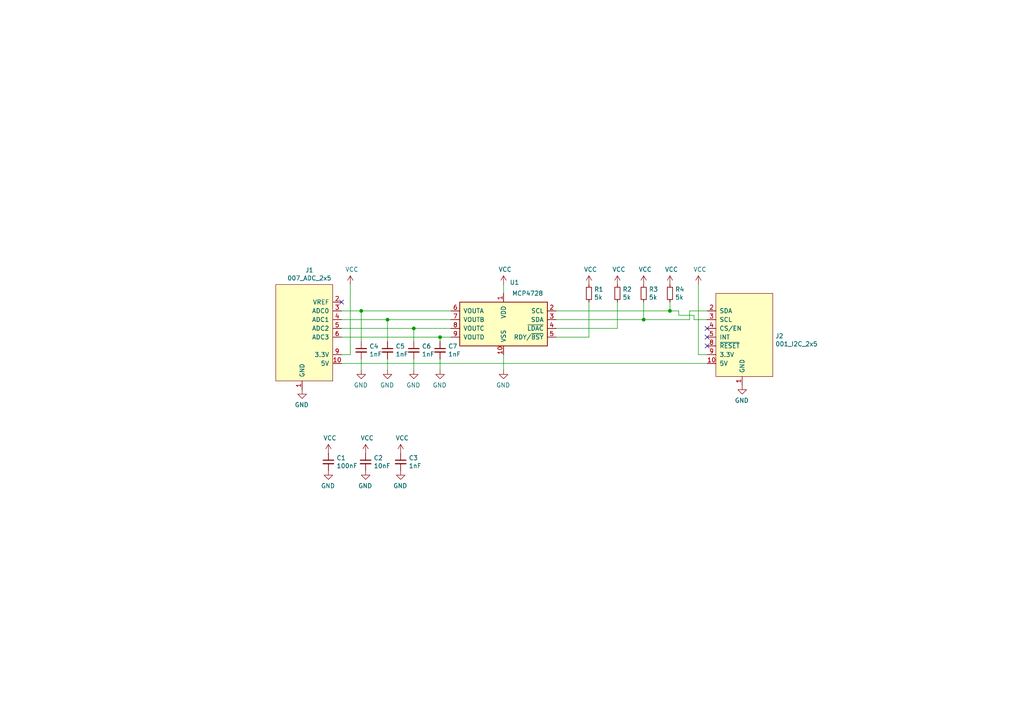
<source format=kicad_sch>
(kicad_sch (version 20211123) (generator eeschema)

  (uuid 4412226e-d975-40a2-921f-502ff4129a95)

  (paper "A4")

  (lib_symbols
    (symbol "Analog_DAC:MCP4728" (pin_names (offset 1.016)) (in_bom yes) (on_board yes)
      (property "Reference" "U" (id 0) (at -12.7 6.35 0)
        (effects (font (size 1.27 1.27)) (justify left))
      )
      (property "Value" "MCP4728" (id 1) (at 12.7 6.35 0)
        (effects (font (size 1.27 1.27)) (justify right))
      )
      (property "Footprint" "Package_SO:MSOP-10_3x3mm_P0.5mm" (id 2) (at 0 -15.24 0)
        (effects (font (size 1.27 1.27)) hide)
      )
      (property "Datasheet" "http://ww1.microchip.com/downloads/en/DeviceDoc/22187E.pdf" (id 3) (at 0 6.35 0)
        (effects (font (size 1.27 1.27)) hide)
      )
      (property "ki_keywords" "dac i2c" (id 4) (at 0 0 0)
        (effects (font (size 1.27 1.27)) hide)
      )
      (property "ki_description" "12-bit digital to analog converter, quad output, 2.048V internal reference, integrated EEPROM, I2C interface" (id 5) (at 0 0 0)
        (effects (font (size 1.27 1.27)) hide)
      )
      (property "ki_fp_filters" "*SOP*3x3mm*P0.5mm*" (id 6) (at 0 0 0)
        (effects (font (size 1.27 1.27)) hide)
      )
      (symbol "MCP4728_0_1"
        (rectangle (start -12.7 5.08) (end 12.7 -7.62)
          (stroke (width 0.254) (type default) (color 0 0 0 0))
          (fill (type background))
        )
      )
      (symbol "MCP4728_1_1"
        (pin power_in line (at 0 7.62 270) (length 2.54)
          (name "VDD" (effects (font (size 1.27 1.27))))
          (number "1" (effects (font (size 1.27 1.27))))
        )
        (pin power_in line (at 0 -10.16 90) (length 2.54)
          (name "VSS" (effects (font (size 1.27 1.27))))
          (number "10" (effects (font (size 1.27 1.27))))
        )
        (pin input line (at -15.24 2.54 0) (length 2.54)
          (name "SCL" (effects (font (size 1.27 1.27))))
          (number "2" (effects (font (size 1.27 1.27))))
        )
        (pin bidirectional line (at -15.24 0 0) (length 2.54)
          (name "SDA" (effects (font (size 1.27 1.27))))
          (number "3" (effects (font (size 1.27 1.27))))
        )
        (pin input line (at -15.24 -2.54 0) (length 2.54)
          (name "~{LDAC}" (effects (font (size 1.27 1.27))))
          (number "4" (effects (font (size 1.27 1.27))))
        )
        (pin output line (at -15.24 -5.08 0) (length 2.54)
          (name "RDY/~{BSY}" (effects (font (size 1.27 1.27))))
          (number "5" (effects (font (size 1.27 1.27))))
        )
        (pin output line (at 15.24 2.54 180) (length 2.54)
          (name "VOUTA" (effects (font (size 1.27 1.27))))
          (number "6" (effects (font (size 1.27 1.27))))
        )
        (pin output line (at 15.24 0 180) (length 2.54)
          (name "VOUTB" (effects (font (size 1.27 1.27))))
          (number "7" (effects (font (size 1.27 1.27))))
        )
        (pin output line (at 15.24 -2.54 180) (length 2.54)
          (name "VOUTC" (effects (font (size 1.27 1.27))))
          (number "8" (effects (font (size 1.27 1.27))))
        )
        (pin output line (at 15.24 -5.08 180) (length 2.54)
          (name "VOUTD" (effects (font (size 1.27 1.27))))
          (number "9" (effects (font (size 1.27 1.27))))
        )
      )
    )
    (symbol "Device:C_Small" (pin_numbers hide) (pin_names (offset 0.254) hide) (in_bom yes) (on_board yes)
      (property "Reference" "C" (id 0) (at 0.254 1.778 0)
        (effects (font (size 1.27 1.27)) (justify left))
      )
      (property "Value" "C_Small" (id 1) (at 0.254 -2.032 0)
        (effects (font (size 1.27 1.27)) (justify left))
      )
      (property "Footprint" "" (id 2) (at 0 0 0)
        (effects (font (size 1.27 1.27)) hide)
      )
      (property "Datasheet" "~" (id 3) (at 0 0 0)
        (effects (font (size 1.27 1.27)) hide)
      )
      (property "ki_keywords" "capacitor cap" (id 4) (at 0 0 0)
        (effects (font (size 1.27 1.27)) hide)
      )
      (property "ki_description" "Unpolarized capacitor, small symbol" (id 5) (at 0 0 0)
        (effects (font (size 1.27 1.27)) hide)
      )
      (property "ki_fp_filters" "C_*" (id 6) (at 0 0 0)
        (effects (font (size 1.27 1.27)) hide)
      )
      (symbol "C_Small_0_1"
        (polyline
          (pts
            (xy -1.524 -0.508)
            (xy 1.524 -0.508)
          )
          (stroke (width 0.3302) (type default) (color 0 0 0 0))
          (fill (type none))
        )
        (polyline
          (pts
            (xy -1.524 0.508)
            (xy 1.524 0.508)
          )
          (stroke (width 0.3048) (type default) (color 0 0 0 0))
          (fill (type none))
        )
      )
      (symbol "C_Small_1_1"
        (pin passive line (at 0 2.54 270) (length 2.032)
          (name "~" (effects (font (size 1.27 1.27))))
          (number "1" (effects (font (size 1.27 1.27))))
        )
        (pin passive line (at 0 -2.54 90) (length 2.032)
          (name "~" (effects (font (size 1.27 1.27))))
          (number "2" (effects (font (size 1.27 1.27))))
        )
      )
    )
    (symbol "Device:R_Small" (pin_numbers hide) (pin_names (offset 0.254) hide) (in_bom yes) (on_board yes)
      (property "Reference" "R" (id 0) (at 0.762 0.508 0)
        (effects (font (size 1.27 1.27)) (justify left))
      )
      (property "Value" "R_Small" (id 1) (at 0.762 -1.016 0)
        (effects (font (size 1.27 1.27)) (justify left))
      )
      (property "Footprint" "" (id 2) (at 0 0 0)
        (effects (font (size 1.27 1.27)) hide)
      )
      (property "Datasheet" "~" (id 3) (at 0 0 0)
        (effects (font (size 1.27 1.27)) hide)
      )
      (property "ki_keywords" "R resistor" (id 4) (at 0 0 0)
        (effects (font (size 1.27 1.27)) hide)
      )
      (property "ki_description" "Resistor, small symbol" (id 5) (at 0 0 0)
        (effects (font (size 1.27 1.27)) hide)
      )
      (property "ki_fp_filters" "R_*" (id 6) (at 0 0 0)
        (effects (font (size 1.27 1.27)) hide)
      )
      (symbol "R_Small_0_1"
        (rectangle (start -0.762 1.778) (end 0.762 -1.778)
          (stroke (width 0.2032) (type default) (color 0 0 0 0))
          (fill (type none))
        )
      )
      (symbol "R_Small_1_1"
        (pin passive line (at 0 2.54 270) (length 0.762)
          (name "~" (effects (font (size 1.27 1.27))))
          (number "1" (effects (font (size 1.27 1.27))))
        )
        (pin passive line (at 0 -2.54 90) (length 0.762)
          (name "~" (effects (font (size 1.27 1.27))))
          (number "2" (effects (font (size 1.27 1.27))))
        )
      )
    )
    (symbol "power:GND" (power) (pin_names (offset 0)) (in_bom yes) (on_board yes)
      (property "Reference" "#PWR" (id 0) (at 0 -6.35 0)
        (effects (font (size 1.27 1.27)) hide)
      )
      (property "Value" "GND" (id 1) (at 0 -3.81 0)
        (effects (font (size 1.27 1.27)))
      )
      (property "Footprint" "" (id 2) (at 0 0 0)
        (effects (font (size 1.27 1.27)) hide)
      )
      (property "Datasheet" "" (id 3) (at 0 0 0)
        (effects (font (size 1.27 1.27)) hide)
      )
      (property "ki_keywords" "power-flag" (id 4) (at 0 0 0)
        (effects (font (size 1.27 1.27)) hide)
      )
      (property "ki_description" "Power symbol creates a global label with name \"GND\" , ground" (id 5) (at 0 0 0)
        (effects (font (size 1.27 1.27)) hide)
      )
      (symbol "GND_0_1"
        (polyline
          (pts
            (xy 0 0)
            (xy 0 -1.27)
            (xy 1.27 -1.27)
            (xy 0 -2.54)
            (xy -1.27 -1.27)
            (xy 0 -1.27)
          )
          (stroke (width 0) (type default) (color 0 0 0 0))
          (fill (type none))
        )
      )
      (symbol "GND_1_1"
        (pin power_in line (at 0 0 270) (length 0) hide
          (name "GND" (effects (font (size 1.27 1.27))))
          (number "1" (effects (font (size 1.27 1.27))))
        )
      )
    )
    (symbol "power:VCC" (power) (pin_names (offset 0)) (in_bom yes) (on_board yes)
      (property "Reference" "#PWR" (id 0) (at 0 -3.81 0)
        (effects (font (size 1.27 1.27)) hide)
      )
      (property "Value" "VCC" (id 1) (at 0 3.81 0)
        (effects (font (size 1.27 1.27)))
      )
      (property "Footprint" "" (id 2) (at 0 0 0)
        (effects (font (size 1.27 1.27)) hide)
      )
      (property "Datasheet" "" (id 3) (at 0 0 0)
        (effects (font (size 1.27 1.27)) hide)
      )
      (property "ki_keywords" "power-flag" (id 4) (at 0 0 0)
        (effects (font (size 1.27 1.27)) hide)
      )
      (property "ki_description" "Power symbol creates a global label with name \"VCC\"" (id 5) (at 0 0 0)
        (effects (font (size 1.27 1.27)) hide)
      )
      (symbol "VCC_0_1"
        (polyline
          (pts
            (xy -0.762 1.27)
            (xy 0 2.54)
          )
          (stroke (width 0) (type default) (color 0 0 0 0))
          (fill (type none))
        )
        (polyline
          (pts
            (xy 0 0)
            (xy 0 2.54)
          )
          (stroke (width 0) (type default) (color 0 0 0 0))
          (fill (type none))
        )
        (polyline
          (pts
            (xy 0 2.54)
            (xy 0.762 1.27)
          )
          (stroke (width 0) (type default) (color 0 0 0 0))
          (fill (type none))
        )
      )
      (symbol "VCC_1_1"
        (pin power_in line (at 0 0 90) (length 0) hide
          (name "VCC" (effects (font (size 1.27 1.27))))
          (number "1" (effects (font (size 1.27 1.27))))
        )
      )
    )
    (symbol "put_on_edge:001_I2C" (pin_names (offset 1.016)) (in_bom yes) (on_board yes)
      (property "Reference" "J" (id 0) (at -2.54 13.97 0)
        (effects (font (size 1.27 1.27)))
      )
      (property "Value" "001_I2C" (id 1) (at 8.89 13.97 0)
        (effects (font (size 1.27 1.27)))
      )
      (property "Footprint" "" (id 2) (at 7.62 16.51 0)
        (effects (font (size 1.27 1.27)) hide)
      )
      (property "Datasheet" "" (id 3) (at 7.62 16.51 0)
        (effects (font (size 1.27 1.27)) hide)
      )
      (symbol "001_I2C_0_1"
        (rectangle (start -8.89 12.7) (end 7.62 -11.43)
          (stroke (width 0) (type default) (color 0 0 0 0))
          (fill (type background))
        )
      )
      (symbol "001_I2C_1_1"
        (pin power_in line (at -1.27 -13.97 90) (length 2.54)
          (name "GND" (effects (font (size 1.27 1.27))))
          (number "1" (effects (font (size 1.27 1.27))))
        )
        (pin power_in line (at -11.43 -7.62 0) (length 2.54)
          (name "5V" (effects (font (size 1.27 1.27))))
          (number "10" (effects (font (size 1.27 1.27))))
        )
        (pin bidirectional line (at -11.43 7.62 0) (length 2.54)
          (name "SDA" (effects (font (size 1.27 1.27))))
          (number "2" (effects (font (size 1.27 1.27))))
        )
        (pin bidirectional line (at -11.43 5.08 0) (length 2.54)
          (name "SCL" (effects (font (size 1.27 1.27))))
          (number "3" (effects (font (size 1.27 1.27))))
        )
        (pin bidirectional line (at -11.43 2.54 0) (length 2.54)
          (name "CS/EN" (effects (font (size 1.27 1.27))))
          (number "4" (effects (font (size 1.27 1.27))))
        )
        (pin bidirectional line (at -11.43 0 0) (length 2.54)
          (name "INT" (effects (font (size 1.27 1.27))))
          (number "5" (effects (font (size 1.27 1.27))))
        )
        (pin bidirectional line (at -11.43 -2.54 0) (length 2.54)
          (name "~{RESET}" (effects (font (size 1.27 1.27))))
          (number "8" (effects (font (size 1.27 1.27))))
        )
        (pin power_in line (at -11.43 -5.08 0) (length 2.54)
          (name "3.3V" (effects (font (size 1.27 1.27))))
          (number "9" (effects (font (size 1.27 1.27))))
        )
      )
    )
    (symbol "put_on_edge:007_ADC" (pin_names (offset 1.016)) (in_bom yes) (on_board yes)
      (property "Reference" "J" (id 0) (at -2.54 13.97 0)
        (effects (font (size 1.27 1.27)))
      )
      (property "Value" "007_ADC" (id 1) (at 8.89 13.97 0)
        (effects (font (size 1.27 1.27)))
      )
      (property "Footprint" "" (id 2) (at 7.62 16.51 0)
        (effects (font (size 1.27 1.27)) hide)
      )
      (property "Datasheet" "" (id 3) (at 7.62 16.51 0)
        (effects (font (size 1.27 1.27)) hide)
      )
      (symbol "007_ADC_0_1"
        (rectangle (start -8.89 12.7) (end 7.62 -15.24)
          (stroke (width 0) (type default) (color 0 0 0 0))
          (fill (type background))
        )
      )
      (symbol "007_ADC_1_1"
        (pin power_in line (at 0 -17.78 90) (length 2.54)
          (name "GND" (effects (font (size 1.27 1.27))))
          (number "1" (effects (font (size 1.27 1.27))))
        )
        (pin bidirectional line (at -11.43 -10.16 0) (length 2.54)
          (name "5V" (effects (font (size 1.27 1.27))))
          (number "10" (effects (font (size 1.27 1.27))))
        )
        (pin bidirectional line (at -11.43 7.62 0) (length 2.54)
          (name "VREF" (effects (font (size 1.27 1.27))))
          (number "2" (effects (font (size 1.27 1.27))))
        )
        (pin power_in line (at -11.43 5.08 0) (length 2.54)
          (name "ADC0" (effects (font (size 1.27 1.27))))
          (number "3" (effects (font (size 1.27 1.27))))
        )
        (pin bidirectional line (at -11.43 2.54 0) (length 2.54)
          (name "ADC1" (effects (font (size 1.27 1.27))))
          (number "4" (effects (font (size 1.27 1.27))))
        )
        (pin bidirectional line (at -11.43 0 0) (length 2.54)
          (name "ADC2" (effects (font (size 1.27 1.27))))
          (number "5" (effects (font (size 1.27 1.27))))
        )
        (pin bidirectional line (at -11.43 -2.54 0) (length 2.54)
          (name "ADC3" (effects (font (size 1.27 1.27))))
          (number "6" (effects (font (size 1.27 1.27))))
        )
        (pin bidirectional line (at -11.43 -7.62 0) (length 2.54)
          (name "3.3V" (effects (font (size 1.27 1.27))))
          (number "9" (effects (font (size 1.27 1.27))))
        )
      )
    )
  )

  (junction (at 104.775 90.17) (diameter 0) (color 0 0 0 0)
    (uuid 31e08896-1992-4725-96d9-9d2728bca7a3)
  )
  (junction (at 120.015 95.25) (diameter 0) (color 0 0 0 0)
    (uuid 5528bcad-2950-4673-90eb-c37e6952c475)
  )
  (junction (at 112.395 92.71) (diameter 0) (color 0 0 0 0)
    (uuid 66043bca-a260-4915-9fce-8a51d324c687)
  )
  (junction (at 127.635 97.79) (diameter 0) (color 0 0 0 0)
    (uuid 6c2e273e-743c-4f1e-a647-4171f8122550)
  )
  (junction (at 186.69 92.71) (diameter 0) (color 0 0 0 0)
    (uuid a18ee5e2-d669-40ed-b3fa-e148d3bdd7bb)
  )
  (junction (at 194.31 90.17) (diameter 0) (color 0 0 0 0)
    (uuid d8603679-3e7b-4337-8dbc-1827f5f54d8a)
  )

  (no_connect (at 205.105 95.25) (uuid 2e30f11c-0b47-4106-ba19-555c4b2caebd))
  (no_connect (at 205.105 100.33) (uuid 40165eda-4ba6-4565-9bb4-b9df6dbb08da))
  (no_connect (at 99.06 87.63) (uuid 7447a6e7-8205-46ba-afca-d0fa8f90c95a))
  (no_connect (at 205.105 97.79) (uuid 7e023245-2c2b-4e2b-bfb9-5d35176e88f2))

  (wire (pts (xy 179.07 87.63) (xy 179.07 95.25))
    (stroke (width 0) (type default) (color 0 0 0 0))
    (uuid 03c52831-5dc5-43c5-a442-8d23643b46fb)
  )
  (wire (pts (xy 101.6 102.87) (xy 101.6 82.55))
    (stroke (width 0) (type default) (color 0 0 0 0))
    (uuid 1860e030-7a36-4298-b7fc-a16d48ab15ba)
  )
  (wire (pts (xy 194.31 87.63) (xy 194.31 90.17))
    (stroke (width 0) (type default) (color 0 0 0 0))
    (uuid 1e1b062d-fad0-427c-a622-c5b8a80b5268)
  )
  (wire (pts (xy 202.565 102.87) (xy 202.565 82.55))
    (stroke (width 0) (type default) (color 0 0 0 0))
    (uuid 23bb2798-d93a-4696-a962-c305c4298a0c)
  )
  (wire (pts (xy 112.395 107.315) (xy 112.395 104.14))
    (stroke (width 0) (type default) (color 0 0 0 0))
    (uuid 24f7628d-681d-4f0e-8409-40a129e929d9)
  )
  (wire (pts (xy 112.395 92.71) (xy 130.81 92.71))
    (stroke (width 0) (type default) (color 0 0 0 0))
    (uuid 2d6db888-4e40-41c8-b701-07170fc894bc)
  )
  (wire (pts (xy 196.85 91.44) (xy 201.295 91.44))
    (stroke (width 0) (type default) (color 0 0 0 0))
    (uuid 2e9d643a-248d-4267-8b4d-bd26f00b4ac3)
  )
  (wire (pts (xy 194.31 90.17) (xy 196.85 90.17))
    (stroke (width 0) (type default) (color 0 0 0 0))
    (uuid 30f15357-ce1d-48b9-93dc-7d9b1b2aa048)
  )
  (wire (pts (xy 104.775 107.315) (xy 104.775 104.14))
    (stroke (width 0) (type default) (color 0 0 0 0))
    (uuid 3a7648d8-121a-4921-9b92-9b35b76ce39b)
  )
  (wire (pts (xy 120.015 104.14) (xy 120.015 107.315))
    (stroke (width 0) (type default) (color 0 0 0 0))
    (uuid 3e903008-0276-4a73-8edb-5d9dfde6297c)
  )
  (wire (pts (xy 161.29 97.79) (xy 170.815 97.79))
    (stroke (width 0) (type default) (color 0 0 0 0))
    (uuid 44d8279a-9cd1-4db6-856f-0363131605fc)
  )
  (wire (pts (xy 99.06 95.25) (xy 120.015 95.25))
    (stroke (width 0) (type default) (color 0 0 0 0))
    (uuid 47baf4b1-0938-497d-88f9-671136aa8be7)
  )
  (wire (pts (xy 161.29 92.71) (xy 186.69 92.71))
    (stroke (width 0) (type default) (color 0 0 0 0))
    (uuid 4fb02e58-160a-4a39-9f22-d0c75e82ee72)
  )
  (wire (pts (xy 99.06 105.41) (xy 205.105 105.41))
    (stroke (width 0) (type default) (color 0 0 0 0))
    (uuid 55e740a3-0735-4744-896e-2bf5437093b9)
  )
  (wire (pts (xy 104.775 99.06) (xy 104.775 90.17))
    (stroke (width 0) (type default) (color 0 0 0 0))
    (uuid 6441b183-b8f2-458f-a23d-60e2b1f66dd6)
  )
  (wire (pts (xy 127.635 97.79) (xy 130.81 97.79))
    (stroke (width 0) (type default) (color 0 0 0 0))
    (uuid 666713b0-70f4-42df-8761-f65bc212d03b)
  )
  (wire (pts (xy 200.025 90.17) (xy 205.105 90.17))
    (stroke (width 0) (type default) (color 0 0 0 0))
    (uuid 68c5dd1b-115c-48d6-ae98-5e7c75386e12)
  )
  (wire (pts (xy 146.05 107.315) (xy 146.05 102.87))
    (stroke (width 0) (type default) (color 0 0 0 0))
    (uuid 6a955fc7-39d9-4c75-9a69-676ca8c0b9b2)
  )
  (wire (pts (xy 201.295 92.71) (xy 205.105 92.71))
    (stroke (width 0) (type default) (color 0 0 0 0))
    (uuid 7345ae62-3b91-4a3e-96aa-a3b52fd5bb17)
  )
  (wire (pts (xy 127.635 107.315) (xy 127.635 104.14))
    (stroke (width 0) (type default) (color 0 0 0 0))
    (uuid 75ffc65c-7132-4411-9f2a-ae0c73d79338)
  )
  (wire (pts (xy 99.06 97.79) (xy 127.635 97.79))
    (stroke (width 0) (type default) (color 0 0 0 0))
    (uuid 77ed3941-d133-4aef-a9af-5a39322d14eb)
  )
  (wire (pts (xy 202.565 102.87) (xy 205.105 102.87))
    (stroke (width 0) (type default) (color 0 0 0 0))
    (uuid 78cbdd6c-4878-4cc5-9a58-0e506478e37d)
  )
  (wire (pts (xy 120.015 99.06) (xy 120.015 95.25))
    (stroke (width 0) (type default) (color 0 0 0 0))
    (uuid 7bbf981c-a063-4e30-8911-e4228e1c0743)
  )
  (wire (pts (xy 120.015 95.25) (xy 130.81 95.25))
    (stroke (width 0) (type default) (color 0 0 0 0))
    (uuid 7edc9030-db7b-43ac-a1b3-b87eeacb4c2d)
  )
  (wire (pts (xy 112.395 99.06) (xy 112.395 92.71))
    (stroke (width 0) (type default) (color 0 0 0 0))
    (uuid 852dabbf-de45-4470-8176-59d37a754407)
  )
  (wire (pts (xy 186.69 87.63) (xy 186.69 92.71))
    (stroke (width 0) (type default) (color 0 0 0 0))
    (uuid a1823eb2-fb0d-4ed8-8b96-04184ac3a9d5)
  )
  (wire (pts (xy 104.775 90.17) (xy 130.81 90.17))
    (stroke (width 0) (type default) (color 0 0 0 0))
    (uuid b5352a33-563a-4ffe-a231-2e68fb54afa3)
  )
  (wire (pts (xy 99.06 92.71) (xy 112.395 92.71))
    (stroke (width 0) (type default) (color 0 0 0 0))
    (uuid c022004a-c968-410e-b59e-fbab0e561e9d)
  )
  (wire (pts (xy 200.025 92.71) (xy 200.025 90.17))
    (stroke (width 0) (type default) (color 0 0 0 0))
    (uuid c3cda6f4-3310-42ec-befb-1a75f9ec6159)
  )
  (wire (pts (xy 186.69 92.71) (xy 200.025 92.71))
    (stroke (width 0) (type default) (color 0 0 0 0))
    (uuid c871b116-d8cb-4714-aceb-659422cb51e1)
  )
  (wire (pts (xy 170.815 87.63) (xy 170.815 97.79))
    (stroke (width 0) (type default) (color 0 0 0 0))
    (uuid d57dcfee-5058-4fc2-a68b-05f9a48f685b)
  )
  (wire (pts (xy 196.85 91.44) (xy 196.85 90.17))
    (stroke (width 0) (type default) (color 0 0 0 0))
    (uuid da42f81d-0c5c-452c-9a2b-2a8f3df37fd2)
  )
  (wire (pts (xy 146.05 82.55) (xy 146.05 85.09))
    (stroke (width 0) (type default) (color 0 0 0 0))
    (uuid da469d11-a8a4-414b-9449-d151eeaf4853)
  )
  (wire (pts (xy 161.29 90.17) (xy 194.31 90.17))
    (stroke (width 0) (type default) (color 0 0 0 0))
    (uuid e615f7aa-337e-474d-9615-2ad82b1c44ca)
  )
  (wire (pts (xy 127.635 97.79) (xy 127.635 99.06))
    (stroke (width 0) (type default) (color 0 0 0 0))
    (uuid e857610b-4434-4144-b04e-43c1ebdc5ceb)
  )
  (wire (pts (xy 201.295 91.44) (xy 201.295 92.71))
    (stroke (width 0) (type default) (color 0 0 0 0))
    (uuid edd69a4e-88ad-4827-9893-0e2ddf9bf1de)
  )
  (wire (pts (xy 161.29 95.25) (xy 179.07 95.25))
    (stroke (width 0) (type default) (color 0 0 0 0))
    (uuid ef8fe2ac-6a7f-4682-9418-b801a1b10a3b)
  )
  (wire (pts (xy 99.06 102.87) (xy 101.6 102.87))
    (stroke (width 0) (type default) (color 0 0 0 0))
    (uuid f3490fa5-5a27-423b-af60-53609669542c)
  )
  (wire (pts (xy 99.06 90.17) (xy 104.775 90.17))
    (stroke (width 0) (type default) (color 0 0 0 0))
    (uuid f4f99e3d-7269-4f6a-a759-16ad2a258779)
  )

  (symbol (lib_id "put_on_edge:007_ADC") (at 87.63 95.25 0) (mirror y) (unit 1)
    (in_bom yes) (on_board yes)
    (uuid 00000000-0000-0000-0000-000060349c8b)
    (property "Reference" "J1" (id 0) (at 89.7382 78.359 0))
    (property "Value" "007_ADC_2x5" (id 1) (at 89.7382 80.6704 0))
    (property "Footprint" "on_edge:on_edge_2x05_down_device" (id 2) (at 80.01 78.74 0)
      (effects (font (size 1.27 1.27)) hide)
    )
    (property "Datasheet" "" (id 3) (at 80.01 78.74 0)
      (effects (font (size 1.27 1.27)) hide)
    )
    (pin "1" (uuid f9cde911-c801-4b9e-93ab-fb62debb5864))
    (pin "10" (uuid 65ceed9f-12e5-414e-81de-3fe6801fb4ff))
    (pin "2" (uuid a3abddc7-f9b4-4cb6-9989-829442824d12))
    (pin "3" (uuid ff08a4af-3c28-43e2-be1e-e8fd95d19612))
    (pin "4" (uuid f19fd526-c974-497f-9782-df522e476848))
    (pin "5" (uuid c9724b1e-3e77-4462-b9cc-04185387edf5))
    (pin "6" (uuid 93c82e94-97e2-43d8-ba73-ac784d4bd46a))
    (pin "9" (uuid df97d2e4-e970-47b4-99b8-f927ccb555c5))
  )

  (symbol (lib_id "power:VCC") (at 101.6 82.55 0) (unit 1)
    (in_bom yes) (on_board yes)
    (uuid 00000000-0000-0000-0000-00006034be78)
    (property "Reference" "#PWR0101" (id 0) (at 101.6 86.36 0)
      (effects (font (size 1.27 1.27)) hide)
    )
    (property "Value" "VCC" (id 1) (at 102.0318 78.1558 0))
    (property "Footprint" "" (id 2) (at 101.6 82.55 0)
      (effects (font (size 1.27 1.27)) hide)
    )
    (property "Datasheet" "" (id 3) (at 101.6 82.55 0)
      (effects (font (size 1.27 1.27)) hide)
    )
    (pin "1" (uuid 0a78094d-f0d3-42be-a82a-b8197c294834))
  )

  (symbol (lib_id "Device:C_Small") (at 95.25 133.985 0) (unit 1)
    (in_bom yes) (on_board yes)
    (uuid 00000000-0000-0000-0000-00006034d649)
    (property "Reference" "C1" (id 0) (at 97.5868 132.8166 0)
      (effects (font (size 1.27 1.27)) (justify left))
    )
    (property "Value" "100nF" (id 1) (at 97.5868 135.128 0)
      (effects (font (size 1.27 1.27)) (justify left))
    )
    (property "Footprint" "Capacitor_SMD:C_0603_1608Metric" (id 2) (at 95.25 133.985 0)
      (effects (font (size 1.27 1.27)) hide)
    )
    (property "Datasheet" "~" (id 3) (at 95.25 133.985 0)
      (effects (font (size 1.27 1.27)) hide)
    )
    (pin "1" (uuid cdb56cb3-69e3-4086-974e-486244b492e0))
    (pin "2" (uuid a70777e6-274e-43dc-8ab2-341677ee02e6))
  )

  (symbol (lib_id "power:VCC") (at 95.25 131.445 0) (unit 1)
    (in_bom yes) (on_board yes)
    (uuid 00000000-0000-0000-0000-00006034e397)
    (property "Reference" "#PWR0104" (id 0) (at 95.25 135.255 0)
      (effects (font (size 1.27 1.27)) hide)
    )
    (property "Value" "VCC" (id 1) (at 95.6818 127.0508 0))
    (property "Footprint" "" (id 2) (at 95.25 131.445 0)
      (effects (font (size 1.27 1.27)) hide)
    )
    (property "Datasheet" "" (id 3) (at 95.25 131.445 0)
      (effects (font (size 1.27 1.27)) hide)
    )
    (pin "1" (uuid e6f76c3f-07fb-4abe-94e9-a390f0132e38))
  )

  (symbol (lib_id "power:GND") (at 87.63 113.03 0) (mirror y) (unit 1)
    (in_bom yes) (on_board yes)
    (uuid 00000000-0000-0000-0000-00006034e58c)
    (property "Reference" "#PWR0112" (id 0) (at 87.63 119.38 0)
      (effects (font (size 1.27 1.27)) hide)
    )
    (property "Value" "GND" (id 1) (at 87.503 117.4242 0))
    (property "Footprint" "" (id 2) (at 87.63 113.03 0)
      (effects (font (size 1.27 1.27)) hide)
    )
    (property "Datasheet" "" (id 3) (at 87.63 113.03 0)
      (effects (font (size 1.27 1.27)) hide)
    )
    (pin "1" (uuid 4e2cde59-810a-4dea-8810-52da90c1106e))
  )

  (symbol (lib_id "power:GND") (at 95.25 136.525 0) (mirror y) (unit 1)
    (in_bom yes) (on_board yes)
    (uuid 00000000-0000-0000-0000-00006034e741)
    (property "Reference" "#PWR0105" (id 0) (at 95.25 142.875 0)
      (effects (font (size 1.27 1.27)) hide)
    )
    (property "Value" "GND" (id 1) (at 95.123 140.9192 0))
    (property "Footprint" "" (id 2) (at 95.25 136.525 0)
      (effects (font (size 1.27 1.27)) hide)
    )
    (property "Datasheet" "" (id 3) (at 95.25 136.525 0)
      (effects (font (size 1.27 1.27)) hide)
    )
    (pin "1" (uuid 1b4c13d1-006a-417b-92e7-8e372f30505c))
  )

  (symbol (lib_id "Device:C_Small") (at 106.045 133.985 0) (unit 1)
    (in_bom yes) (on_board yes)
    (uuid 00000000-0000-0000-0000-00006034f6b1)
    (property "Reference" "C2" (id 0) (at 108.3818 132.8166 0)
      (effects (font (size 1.27 1.27)) (justify left))
    )
    (property "Value" "10nF" (id 1) (at 108.3818 135.128 0)
      (effects (font (size 1.27 1.27)) (justify left))
    )
    (property "Footprint" "Capacitor_SMD:C_0603_1608Metric" (id 2) (at 106.045 133.985 0)
      (effects (font (size 1.27 1.27)) hide)
    )
    (property "Datasheet" "~" (id 3) (at 106.045 133.985 0)
      (effects (font (size 1.27 1.27)) hide)
    )
    (pin "1" (uuid 94439e95-414f-43d0-88ef-3c78beacc845))
    (pin "2" (uuid daee1fbd-030c-4152-a4c1-3548ae1d5fad))
  )

  (symbol (lib_id "power:VCC") (at 106.045 131.445 0) (unit 1)
    (in_bom yes) (on_board yes)
    (uuid 00000000-0000-0000-0000-00006034f6b7)
    (property "Reference" "#PWR0106" (id 0) (at 106.045 135.255 0)
      (effects (font (size 1.27 1.27)) hide)
    )
    (property "Value" "VCC" (id 1) (at 106.4768 127.0508 0))
    (property "Footprint" "" (id 2) (at 106.045 131.445 0)
      (effects (font (size 1.27 1.27)) hide)
    )
    (property "Datasheet" "" (id 3) (at 106.045 131.445 0)
      (effects (font (size 1.27 1.27)) hide)
    )
    (pin "1" (uuid 08522c58-856b-464a-8ef7-cc0bd27fe545))
  )

  (symbol (lib_id "power:GND") (at 106.045 136.525 0) (mirror y) (unit 1)
    (in_bom yes) (on_board yes)
    (uuid 00000000-0000-0000-0000-00006034f6bd)
    (property "Reference" "#PWR0107" (id 0) (at 106.045 142.875 0)
      (effects (font (size 1.27 1.27)) hide)
    )
    (property "Value" "GND" (id 1) (at 105.918 140.9192 0))
    (property "Footprint" "" (id 2) (at 106.045 136.525 0)
      (effects (font (size 1.27 1.27)) hide)
    )
    (property "Datasheet" "" (id 3) (at 106.045 136.525 0)
      (effects (font (size 1.27 1.27)) hide)
    )
    (pin "1" (uuid 90442862-359b-4c8c-9d44-bd5654080ea5))
  )

  (symbol (lib_id "Device:C_Small") (at 116.205 133.985 0) (unit 1)
    (in_bom yes) (on_board yes)
    (uuid 00000000-0000-0000-0000-000060350404)
    (property "Reference" "C3" (id 0) (at 118.5418 132.8166 0)
      (effects (font (size 1.27 1.27)) (justify left))
    )
    (property "Value" "1nF" (id 1) (at 118.5418 135.128 0)
      (effects (font (size 1.27 1.27)) (justify left))
    )
    (property "Footprint" "Capacitor_SMD:C_0603_1608Metric" (id 2) (at 116.205 133.985 0)
      (effects (font (size 1.27 1.27)) hide)
    )
    (property "Datasheet" "~" (id 3) (at 116.205 133.985 0)
      (effects (font (size 1.27 1.27)) hide)
    )
    (pin "1" (uuid 17adc8c0-c792-4780-aab1-71d31733c779))
    (pin "2" (uuid 1e5e8c82-c656-49f3-952e-8d516390e7e4))
  )

  (symbol (lib_id "power:VCC") (at 116.205 131.445 0) (unit 1)
    (in_bom yes) (on_board yes)
    (uuid 00000000-0000-0000-0000-00006035040a)
    (property "Reference" "#PWR0108" (id 0) (at 116.205 135.255 0)
      (effects (font (size 1.27 1.27)) hide)
    )
    (property "Value" "VCC" (id 1) (at 116.6368 127.0508 0))
    (property "Footprint" "" (id 2) (at 116.205 131.445 0)
      (effects (font (size 1.27 1.27)) hide)
    )
    (property "Datasheet" "" (id 3) (at 116.205 131.445 0)
      (effects (font (size 1.27 1.27)) hide)
    )
    (pin "1" (uuid d27c2ba4-6bc7-4f4f-8ea6-e006b631fbb1))
  )

  (symbol (lib_id "power:GND") (at 116.205 136.525 0) (mirror y) (unit 1)
    (in_bom yes) (on_board yes)
    (uuid 00000000-0000-0000-0000-000060350410)
    (property "Reference" "#PWR0109" (id 0) (at 116.205 142.875 0)
      (effects (font (size 1.27 1.27)) hide)
    )
    (property "Value" "GND" (id 1) (at 116.078 140.9192 0))
    (property "Footprint" "" (id 2) (at 116.205 136.525 0)
      (effects (font (size 1.27 1.27)) hide)
    )
    (property "Datasheet" "" (id 3) (at 116.205 136.525 0)
      (effects (font (size 1.27 1.27)) hide)
    )
    (pin "1" (uuid 803281fc-e640-4023-a307-31a70548e948))
  )

  (symbol (lib_id "Analog_DAC:MCP4728") (at 146.05 92.71 0) (mirror y) (unit 1)
    (in_bom yes) (on_board yes)
    (uuid 00000000-0000-0000-0000-0000603ff9ee)
    (property "Reference" "U1" (id 0) (at 149.225 81.915 0))
    (property "Value" "MCP4728" (id 1) (at 153.035 85.09 0))
    (property "Footprint" "Package_SO:MSOP-10_3x3mm_P0.5mm" (id 2) (at 146.05 107.95 0)
      (effects (font (size 1.27 1.27)) hide)
    )
    (property "Datasheet" "http://ww1.microchip.com/downloads/en/DeviceDoc/22187E.pdf" (id 3) (at 146.05 86.36 0)
      (effects (font (size 1.27 1.27)) hide)
    )
    (pin "1" (uuid 9eb0bc53-3fbf-4d5e-b5d1-bd3b2353b1f6))
    (pin "10" (uuid e5df9794-1398-4e27-b9c8-1dc510df67e5))
    (pin "2" (uuid de2c2935-fe4b-4150-ad07-8abee5ab120b))
    (pin "3" (uuid 8f8a3e78-6b2f-4357-9844-41fccc16fe73))
    (pin "4" (uuid 07dd5f62-e587-4daf-8b9a-23fca2828468))
    (pin "5" (uuid 74f4d084-c239-4771-bb9d-8eb894bc66ca))
    (pin "6" (uuid 23123e42-75d0-43b0-9621-e0f69246e803))
    (pin "7" (uuid 49f16bed-aace-45fd-adf1-2b297c0e8522))
    (pin "8" (uuid f883ef12-cecb-4b68-aeff-3c3494780251))
    (pin "9" (uuid 5885058b-912d-41af-8379-0178908b40eb))
  )

  (symbol (lib_id "put_on_edge:001_I2C") (at 216.535 97.79 0) (unit 1)
    (in_bom yes) (on_board yes)
    (uuid 00000000-0000-0000-0000-0000604040c2)
    (property "Reference" "J2" (id 0) (at 224.8662 97.4598 0)
      (effects (font (size 1.27 1.27)) (justify left))
    )
    (property "Value" "001_I2C_2x5" (id 1) (at 224.8662 99.7712 0)
      (effects (font (size 1.27 1.27)) (justify left))
    )
    (property "Footprint" "on_edge:on_edge_2x05_device" (id 2) (at 224.155 81.28 0)
      (effects (font (size 1.27 1.27)) hide)
    )
    (property "Datasheet" "" (id 3) (at 224.155 81.28 0)
      (effects (font (size 1.27 1.27)) hide)
    )
    (pin "1" (uuid 252e3fe7-fc34-4eaa-9e3d-0a84de586117))
    (pin "10" (uuid e88dc76d-a15b-45ae-b575-943af60c350f))
    (pin "2" (uuid fe238c60-973d-481f-a662-d6fe5ec06ae0))
    (pin "3" (uuid bd02bdb7-fb28-4798-b212-82aaa58ad8fe))
    (pin "4" (uuid d3defb82-5af7-4915-93f8-d0bb12fba6ce))
    (pin "5" (uuid f5b6975d-4061-44b9-8e86-2f259320c5de))
    (pin "8" (uuid 31ecfb50-7d0d-4f5d-9684-37105bb4c648))
    (pin "9" (uuid b5b5f1dd-623a-471f-bd6f-a8a8993be2a7))
  )

  (symbol (lib_id "power:VCC") (at 202.565 82.55 0) (unit 1)
    (in_bom yes) (on_board yes)
    (uuid 00000000-0000-0000-0000-00006040854a)
    (property "Reference" "#PWR0102" (id 0) (at 202.565 86.36 0)
      (effects (font (size 1.27 1.27)) hide)
    )
    (property "Value" "VCC" (id 1) (at 202.9968 78.1558 0))
    (property "Footprint" "" (id 2) (at 202.565 82.55 0)
      (effects (font (size 1.27 1.27)) hide)
    )
    (property "Datasheet" "" (id 3) (at 202.565 82.55 0)
      (effects (font (size 1.27 1.27)) hide)
    )
    (pin "1" (uuid d5d2ac4e-3adf-4061-a1d2-a44b0dbb479e))
  )

  (symbol (lib_id "power:VCC") (at 146.05 82.55 0) (unit 1)
    (in_bom yes) (on_board yes)
    (uuid 00000000-0000-0000-0000-00006040991f)
    (property "Reference" "#PWR0103" (id 0) (at 146.05 86.36 0)
      (effects (font (size 1.27 1.27)) hide)
    )
    (property "Value" "VCC" (id 1) (at 146.4818 78.1558 0))
    (property "Footprint" "" (id 2) (at 146.05 82.55 0)
      (effects (font (size 1.27 1.27)) hide)
    )
    (property "Datasheet" "" (id 3) (at 146.05 82.55 0)
      (effects (font (size 1.27 1.27)) hide)
    )
    (pin "1" (uuid e564c691-6939-4b91-be3f-3c7389f7bf68))
  )

  (symbol (lib_id "power:GND") (at 146.05 107.315 0) (mirror y) (unit 1)
    (in_bom yes) (on_board yes)
    (uuid 00000000-0000-0000-0000-000060409e7e)
    (property "Reference" "#PWR0110" (id 0) (at 146.05 113.665 0)
      (effects (font (size 1.27 1.27)) hide)
    )
    (property "Value" "GND" (id 1) (at 145.923 111.7092 0))
    (property "Footprint" "" (id 2) (at 146.05 107.315 0)
      (effects (font (size 1.27 1.27)) hide)
    )
    (property "Datasheet" "" (id 3) (at 146.05 107.315 0)
      (effects (font (size 1.27 1.27)) hide)
    )
    (pin "1" (uuid f61ff554-e982-44c6-bf78-e8b26ea824ee))
  )

  (symbol (lib_id "Device:R_Small") (at 194.31 85.09 0) (unit 1)
    (in_bom yes) (on_board yes)
    (uuid 00000000-0000-0000-0000-00006040a644)
    (property "Reference" "R4" (id 0) (at 195.8086 83.9216 0)
      (effects (font (size 1.27 1.27)) (justify left))
    )
    (property "Value" "5k" (id 1) (at 195.8086 86.233 0)
      (effects (font (size 1.27 1.27)) (justify left))
    )
    (property "Footprint" "Resistor_SMD:R_0603_1608Metric" (id 2) (at 194.31 85.09 0)
      (effects (font (size 1.27 1.27)) hide)
    )
    (property "Datasheet" "~" (id 3) (at 194.31 85.09 0)
      (effects (font (size 1.27 1.27)) hide)
    )
    (pin "1" (uuid 37b255e2-efee-4fcd-b8ae-9435d8ac473f))
    (pin "2" (uuid f78293ac-1103-4e67-8945-0ff601c7a7ad))
  )

  (symbol (lib_id "power:VCC") (at 194.31 82.55 0) (unit 1)
    (in_bom yes) (on_board yes)
    (uuid 00000000-0000-0000-0000-00006041006d)
    (property "Reference" "#PWR0111" (id 0) (at 194.31 86.36 0)
      (effects (font (size 1.27 1.27)) hide)
    )
    (property "Value" "VCC" (id 1) (at 194.7418 78.1558 0))
    (property "Footprint" "" (id 2) (at 194.31 82.55 0)
      (effects (font (size 1.27 1.27)) hide)
    )
    (property "Datasheet" "" (id 3) (at 194.31 82.55 0)
      (effects (font (size 1.27 1.27)) hide)
    )
    (pin "1" (uuid 279bd87a-73d0-4b50-b2f2-b2f644bb7a66))
  )

  (symbol (lib_id "Device:R_Small") (at 186.69 85.09 0) (unit 1)
    (in_bom yes) (on_board yes)
    (uuid 00000000-0000-0000-0000-00006041165e)
    (property "Reference" "R3" (id 0) (at 188.1886 83.9216 0)
      (effects (font (size 1.27 1.27)) (justify left))
    )
    (property "Value" "5k" (id 1) (at 188.1886 86.233 0)
      (effects (font (size 1.27 1.27)) (justify left))
    )
    (property "Footprint" "Resistor_SMD:R_0603_1608Metric" (id 2) (at 186.69 85.09 0)
      (effects (font (size 1.27 1.27)) hide)
    )
    (property "Datasheet" "~" (id 3) (at 186.69 85.09 0)
      (effects (font (size 1.27 1.27)) hide)
    )
    (pin "1" (uuid 23b31ffe-7ff5-4b91-8e65-fb3226e96454))
    (pin "2" (uuid cd09c9de-5f3a-4d39-a734-bbb2545ae1a0))
  )

  (symbol (lib_id "power:VCC") (at 186.69 82.55 0) (unit 1)
    (in_bom yes) (on_board yes)
    (uuid 00000000-0000-0000-0000-000060411664)
    (property "Reference" "#PWR0113" (id 0) (at 186.69 86.36 0)
      (effects (font (size 1.27 1.27)) hide)
    )
    (property "Value" "VCC" (id 1) (at 187.1218 78.1558 0))
    (property "Footprint" "" (id 2) (at 186.69 82.55 0)
      (effects (font (size 1.27 1.27)) hide)
    )
    (property "Datasheet" "" (id 3) (at 186.69 82.55 0)
      (effects (font (size 1.27 1.27)) hide)
    )
    (pin "1" (uuid f8b93769-bb69-490c-8294-ca102c4c304b))
  )

  (symbol (lib_id "Device:R_Small") (at 179.07 85.09 0) (unit 1)
    (in_bom yes) (on_board yes)
    (uuid 00000000-0000-0000-0000-000060411b6b)
    (property "Reference" "R2" (id 0) (at 180.5686 83.9216 0)
      (effects (font (size 1.27 1.27)) (justify left))
    )
    (property "Value" "5k" (id 1) (at 180.5686 86.233 0)
      (effects (font (size 1.27 1.27)) (justify left))
    )
    (property "Footprint" "Resistor_SMD:R_0603_1608Metric" (id 2) (at 179.07 85.09 0)
      (effects (font (size 1.27 1.27)) hide)
    )
    (property "Datasheet" "~" (id 3) (at 179.07 85.09 0)
      (effects (font (size 1.27 1.27)) hide)
    )
    (pin "1" (uuid c0dc7f4e-cd3a-4ae1-9a0e-7101b40482fb))
    (pin "2" (uuid a5fd5030-f25a-412e-9102-41e9375355c4))
  )

  (symbol (lib_id "power:VCC") (at 179.07 82.55 0) (unit 1)
    (in_bom yes) (on_board yes)
    (uuid 00000000-0000-0000-0000-000060411b71)
    (property "Reference" "#PWR0114" (id 0) (at 179.07 86.36 0)
      (effects (font (size 1.27 1.27)) hide)
    )
    (property "Value" "VCC" (id 1) (at 179.5018 78.1558 0))
    (property "Footprint" "" (id 2) (at 179.07 82.55 0)
      (effects (font (size 1.27 1.27)) hide)
    )
    (property "Datasheet" "" (id 3) (at 179.07 82.55 0)
      (effects (font (size 1.27 1.27)) hide)
    )
    (pin "1" (uuid 6da294e0-d0ea-4520-9eae-214e4e104da5))
  )

  (symbol (lib_id "Device:R_Small") (at 170.815 85.09 0) (unit 1)
    (in_bom yes) (on_board yes)
    (uuid 00000000-0000-0000-0000-000060412134)
    (property "Reference" "R1" (id 0) (at 172.3136 83.9216 0)
      (effects (font (size 1.27 1.27)) (justify left))
    )
    (property "Value" "5k" (id 1) (at 172.3136 86.233 0)
      (effects (font (size 1.27 1.27)) (justify left))
    )
    (property "Footprint" "Resistor_SMD:R_0603_1608Metric" (id 2) (at 170.815 85.09 0)
      (effects (font (size 1.27 1.27)) hide)
    )
    (property "Datasheet" "~" (id 3) (at 170.815 85.09 0)
      (effects (font (size 1.27 1.27)) hide)
    )
    (pin "1" (uuid 51ff1bf7-d1a9-414b-a75f-2053be26c032))
    (pin "2" (uuid e5def493-88f3-484e-a76c-67264137c9f7))
  )

  (symbol (lib_id "power:VCC") (at 170.815 82.55 0) (unit 1)
    (in_bom yes) (on_board yes)
    (uuid 00000000-0000-0000-0000-00006041213a)
    (property "Reference" "#PWR0115" (id 0) (at 170.815 86.36 0)
      (effects (font (size 1.27 1.27)) hide)
    )
    (property "Value" "VCC" (id 1) (at 171.2468 78.1558 0))
    (property "Footprint" "" (id 2) (at 170.815 82.55 0)
      (effects (font (size 1.27 1.27)) hide)
    )
    (property "Datasheet" "" (id 3) (at 170.815 82.55 0)
      (effects (font (size 1.27 1.27)) hide)
    )
    (pin "1" (uuid 5fb7aa94-9b77-4a5d-a3b3-e79eff69861c))
  )

  (symbol (lib_id "Device:C_Small") (at 127.635 101.6 0) (unit 1)
    (in_bom yes) (on_board yes)
    (uuid 00000000-0000-0000-0000-000060413080)
    (property "Reference" "C7" (id 0) (at 129.9718 100.4316 0)
      (effects (font (size 1.27 1.27)) (justify left))
    )
    (property "Value" "1nF" (id 1) (at 129.9718 102.743 0)
      (effects (font (size 1.27 1.27)) (justify left))
    )
    (property "Footprint" "Capacitor_SMD:C_0603_1608Metric" (id 2) (at 127.635 101.6 0)
      (effects (font (size 1.27 1.27)) hide)
    )
    (property "Datasheet" "~" (id 3) (at 127.635 101.6 0)
      (effects (font (size 1.27 1.27)) hide)
    )
    (pin "1" (uuid 2ba79d5f-5977-4383-8973-1b3369469cc2))
    (pin "2" (uuid d7f66e4e-92f9-4fe8-bfaf-1a1aeb699183))
  )

  (symbol (lib_id "Device:C_Small") (at 120.015 101.6 0) (unit 1)
    (in_bom yes) (on_board yes)
    (uuid 00000000-0000-0000-0000-000060413efd)
    (property "Reference" "C6" (id 0) (at 122.3518 100.4316 0)
      (effects (font (size 1.27 1.27)) (justify left))
    )
    (property "Value" "1nF" (id 1) (at 122.3518 102.743 0)
      (effects (font (size 1.27 1.27)) (justify left))
    )
    (property "Footprint" "Capacitor_SMD:C_0603_1608Metric" (id 2) (at 120.015 101.6 0)
      (effects (font (size 1.27 1.27)) hide)
    )
    (property "Datasheet" "~" (id 3) (at 120.015 101.6 0)
      (effects (font (size 1.27 1.27)) hide)
    )
    (pin "1" (uuid cda55fbd-d88a-42c7-9869-8def9043b51d))
    (pin "2" (uuid c6799601-4d0b-46ca-8af6-5929e2d29658))
  )

  (symbol (lib_id "Device:C_Small") (at 112.395 101.6 0) (unit 1)
    (in_bom yes) (on_board yes)
    (uuid 00000000-0000-0000-0000-000060414268)
    (property "Reference" "C5" (id 0) (at 114.7318 100.4316 0)
      (effects (font (size 1.27 1.27)) (justify left))
    )
    (property "Value" "1nF" (id 1) (at 114.7318 102.743 0)
      (effects (font (size 1.27 1.27)) (justify left))
    )
    (property "Footprint" "Capacitor_SMD:C_0603_1608Metric" (id 2) (at 112.395 101.6 0)
      (effects (font (size 1.27 1.27)) hide)
    )
    (property "Datasheet" "~" (id 3) (at 112.395 101.6 0)
      (effects (font (size 1.27 1.27)) hide)
    )
    (pin "1" (uuid e73fd91f-7113-4eb2-b2cd-6c78ddd7c73b))
    (pin "2" (uuid 2bb8ee85-bdd6-415d-b9bf-de572d52bfca))
  )

  (symbol (lib_id "Device:C_Small") (at 104.775 101.6 0) (unit 1)
    (in_bom yes) (on_board yes)
    (uuid 00000000-0000-0000-0000-00006041463e)
    (property "Reference" "C4" (id 0) (at 107.1118 100.4316 0)
      (effects (font (size 1.27 1.27)) (justify left))
    )
    (property "Value" "1nF" (id 1) (at 107.1118 102.743 0)
      (effects (font (size 1.27 1.27)) (justify left))
    )
    (property "Footprint" "Capacitor_SMD:C_0603_1608Metric" (id 2) (at 104.775 101.6 0)
      (effects (font (size 1.27 1.27)) hide)
    )
    (property "Datasheet" "~" (id 3) (at 104.775 101.6 0)
      (effects (font (size 1.27 1.27)) hide)
    )
    (pin "1" (uuid 31661a0e-1491-413b-954a-1bcd23432c00))
    (pin "2" (uuid 566e9479-34cd-4eeb-9f04-da7095cf834d))
  )

  (symbol (lib_id "power:GND") (at 127.635 107.315 0) (mirror y) (unit 1)
    (in_bom yes) (on_board yes)
    (uuid 00000000-0000-0000-0000-000060415b28)
    (property "Reference" "#PWR0116" (id 0) (at 127.635 113.665 0)
      (effects (font (size 1.27 1.27)) hide)
    )
    (property "Value" "GND" (id 1) (at 127.508 111.7092 0))
    (property "Footprint" "" (id 2) (at 127.635 107.315 0)
      (effects (font (size 1.27 1.27)) hide)
    )
    (property "Datasheet" "" (id 3) (at 127.635 107.315 0)
      (effects (font (size 1.27 1.27)) hide)
    )
    (pin "1" (uuid 74658f73-bf02-4871-9ace-adacc9cfee91))
  )

  (symbol (lib_id "power:GND") (at 120.015 107.315 0) (mirror y) (unit 1)
    (in_bom yes) (on_board yes)
    (uuid 00000000-0000-0000-0000-0000604162fe)
    (property "Reference" "#PWR0117" (id 0) (at 120.015 113.665 0)
      (effects (font (size 1.27 1.27)) hide)
    )
    (property "Value" "GND" (id 1) (at 119.888 111.7092 0))
    (property "Footprint" "" (id 2) (at 120.015 107.315 0)
      (effects (font (size 1.27 1.27)) hide)
    )
    (property "Datasheet" "" (id 3) (at 120.015 107.315 0)
      (effects (font (size 1.27 1.27)) hide)
    )
    (pin "1" (uuid b63987d3-c07b-40f9-acaa-a5ccb49c7815))
  )

  (symbol (lib_id "power:GND") (at 112.395 107.315 0) (mirror y) (unit 1)
    (in_bom yes) (on_board yes)
    (uuid 00000000-0000-0000-0000-000060416498)
    (property "Reference" "#PWR0118" (id 0) (at 112.395 113.665 0)
      (effects (font (size 1.27 1.27)) hide)
    )
    (property "Value" "GND" (id 1) (at 112.268 111.7092 0))
    (property "Footprint" "" (id 2) (at 112.395 107.315 0)
      (effects (font (size 1.27 1.27)) hide)
    )
    (property "Datasheet" "" (id 3) (at 112.395 107.315 0)
      (effects (font (size 1.27 1.27)) hide)
    )
    (pin "1" (uuid 779e89bd-bee8-4e67-bd3e-192f7120c87a))
  )

  (symbol (lib_id "power:GND") (at 104.775 107.315 0) (mirror y) (unit 1)
    (in_bom yes) (on_board yes)
    (uuid 00000000-0000-0000-0000-000060416626)
    (property "Reference" "#PWR0119" (id 0) (at 104.775 113.665 0)
      (effects (font (size 1.27 1.27)) hide)
    )
    (property "Value" "GND" (id 1) (at 104.648 111.7092 0))
    (property "Footprint" "" (id 2) (at 104.775 107.315 0)
      (effects (font (size 1.27 1.27)) hide)
    )
    (property "Datasheet" "" (id 3) (at 104.775 107.315 0)
      (effects (font (size 1.27 1.27)) hide)
    )
    (pin "1" (uuid a5239193-e060-47ab-92ce-e0ce94749e27))
  )

  (symbol (lib_id "power:GND") (at 215.265 111.76 0) (mirror y) (unit 1)
    (in_bom yes) (on_board yes)
    (uuid 00000000-0000-0000-0000-000060421f72)
    (property "Reference" "#PWR0120" (id 0) (at 215.265 118.11 0)
      (effects (font (size 1.27 1.27)) hide)
    )
    (property "Value" "GND" (id 1) (at 215.138 116.1542 0))
    (property "Footprint" "" (id 2) (at 215.265 111.76 0)
      (effects (font (size 1.27 1.27)) hide)
    )
    (property "Datasheet" "" (id 3) (at 215.265 111.76 0)
      (effects (font (size 1.27 1.27)) hide)
    )
    (pin "1" (uuid ec184201-a885-4080-b24a-c1625f6ed5c7))
  )

  (sheet_instances
    (path "/" (page "1"))
  )

  (symbol_instances
    (path "/00000000-0000-0000-0000-00006034be78"
      (reference "#PWR0101") (unit 1) (value "VCC") (footprint "")
    )
    (path "/00000000-0000-0000-0000-00006040854a"
      (reference "#PWR0102") (unit 1) (value "VCC") (footprint "")
    )
    (path "/00000000-0000-0000-0000-00006040991f"
      (reference "#PWR0103") (unit 1) (value "VCC") (footprint "")
    )
    (path "/00000000-0000-0000-0000-00006034e397"
      (reference "#PWR0104") (unit 1) (value "VCC") (footprint "")
    )
    (path "/00000000-0000-0000-0000-00006034e741"
      (reference "#PWR0105") (unit 1) (value "GND") (footprint "")
    )
    (path "/00000000-0000-0000-0000-00006034f6b7"
      (reference "#PWR0106") (unit 1) (value "VCC") (footprint "")
    )
    (path "/00000000-0000-0000-0000-00006034f6bd"
      (reference "#PWR0107") (unit 1) (value "GND") (footprint "")
    )
    (path "/00000000-0000-0000-0000-00006035040a"
      (reference "#PWR0108") (unit 1) (value "VCC") (footprint "")
    )
    (path "/00000000-0000-0000-0000-000060350410"
      (reference "#PWR0109") (unit 1) (value "GND") (footprint "")
    )
    (path "/00000000-0000-0000-0000-000060409e7e"
      (reference "#PWR0110") (unit 1) (value "GND") (footprint "")
    )
    (path "/00000000-0000-0000-0000-00006041006d"
      (reference "#PWR0111") (unit 1) (value "VCC") (footprint "")
    )
    (path "/00000000-0000-0000-0000-00006034e58c"
      (reference "#PWR0112") (unit 1) (value "GND") (footprint "")
    )
    (path "/00000000-0000-0000-0000-000060411664"
      (reference "#PWR0113") (unit 1) (value "VCC") (footprint "")
    )
    (path "/00000000-0000-0000-0000-000060411b71"
      (reference "#PWR0114") (unit 1) (value "VCC") (footprint "")
    )
    (path "/00000000-0000-0000-0000-00006041213a"
      (reference "#PWR0115") (unit 1) (value "VCC") (footprint "")
    )
    (path "/00000000-0000-0000-0000-000060415b28"
      (reference "#PWR0116") (unit 1) (value "GND") (footprint "")
    )
    (path "/00000000-0000-0000-0000-0000604162fe"
      (reference "#PWR0117") (unit 1) (value "GND") (footprint "")
    )
    (path "/00000000-0000-0000-0000-000060416498"
      (reference "#PWR0118") (unit 1) (value "GND") (footprint "")
    )
    (path "/00000000-0000-0000-0000-000060416626"
      (reference "#PWR0119") (unit 1) (value "GND") (footprint "")
    )
    (path "/00000000-0000-0000-0000-000060421f72"
      (reference "#PWR0120") (unit 1) (value "GND") (footprint "")
    )
    (path "/00000000-0000-0000-0000-00006034d649"
      (reference "C1") (unit 1) (value "100nF") (footprint "Capacitor_SMD:C_0603_1608Metric")
    )
    (path "/00000000-0000-0000-0000-00006034f6b1"
      (reference "C2") (unit 1) (value "10nF") (footprint "Capacitor_SMD:C_0603_1608Metric")
    )
    (path "/00000000-0000-0000-0000-000060350404"
      (reference "C3") (unit 1) (value "1nF") (footprint "Capacitor_SMD:C_0603_1608Metric")
    )
    (path "/00000000-0000-0000-0000-00006041463e"
      (reference "C4") (unit 1) (value "1nF") (footprint "Capacitor_SMD:C_0603_1608Metric")
    )
    (path "/00000000-0000-0000-0000-000060414268"
      (reference "C5") (unit 1) (value "1nF") (footprint "Capacitor_SMD:C_0603_1608Metric")
    )
    (path "/00000000-0000-0000-0000-000060413efd"
      (reference "C6") (unit 1) (value "1nF") (footprint "Capacitor_SMD:C_0603_1608Metric")
    )
    (path "/00000000-0000-0000-0000-000060413080"
      (reference "C7") (unit 1) (value "1nF") (footprint "Capacitor_SMD:C_0603_1608Metric")
    )
    (path "/00000000-0000-0000-0000-000060349c8b"
      (reference "J1") (unit 1) (value "007_ADC_2x5") (footprint "on_edge:on_edge_2x05_down_device")
    )
    (path "/00000000-0000-0000-0000-0000604040c2"
      (reference "J2") (unit 1) (value "001_I2C_2x5") (footprint "on_edge:on_edge_2x05_device")
    )
    (path "/00000000-0000-0000-0000-000060412134"
      (reference "R1") (unit 1) (value "5k") (footprint "Resistor_SMD:R_0603_1608Metric")
    )
    (path "/00000000-0000-0000-0000-000060411b6b"
      (reference "R2") (unit 1) (value "5k") (footprint "Resistor_SMD:R_0603_1608Metric")
    )
    (path "/00000000-0000-0000-0000-00006041165e"
      (reference "R3") (unit 1) (value "5k") (footprint "Resistor_SMD:R_0603_1608Metric")
    )
    (path "/00000000-0000-0000-0000-00006040a644"
      (reference "R4") (unit 1) (value "5k") (footprint "Resistor_SMD:R_0603_1608Metric")
    )
    (path "/00000000-0000-0000-0000-0000603ff9ee"
      (reference "U1") (unit 1) (value "MCP4728") (footprint "Package_SO:MSOP-10_3x3mm_P0.5mm")
    )
  )
)

</source>
